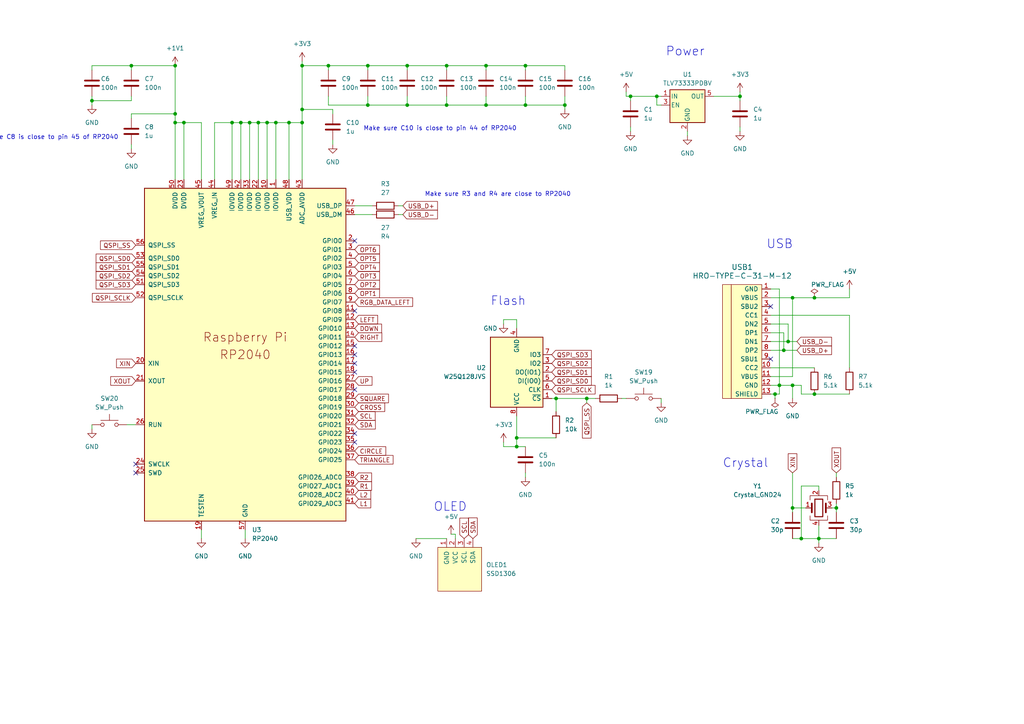
<source format=kicad_sch>
(kicad_sch (version 20230121) (generator eeschema)
  (paper "A4")
  (junction (at 83.82 35.56))
  (junction (at 190.5 27.94))
  (junction (at 353.06 34.29))
  (junction (at 163.83 30.48))
  (junction (at 242.57 147.32))
  (junction (at 227.33 101.6))
  (junction (at 152.4 19.05))
  (junction (at 688.34 15.24))
  (junction (at 53.34 35.56))
  (junction (at 152.4 30.48))
  (junction (at 228.6 99.06))
  (junction (at 751.84 -3.81))
  (junction (at 106.68 19.05))
  (junction (at 74.93 35.56))
  (junction (at 354.33 -3.81))
  (junction (at 106.68 30.48))
  (junction (at 50.8 19.05))
  (junction (at 419.1 -3.81))
  (junction (at 26.67 29.21))
  (junction (at 229.87 147.32))
  (junction (at 412.75 34.29))
  (junction (at 77.47 35.56))
  (junction (at 80.01 35.56))
  (junction (at 626.11 13.97))
  (junction (at 87.63 19.05))
  (junction (at 161.29 115.57))
  (junction (at 237.49 156.21))
  (junction (at 87.63 35.56))
  (junction (at 87.63 31.75))
  (junction (at 236.22 86.36))
  (junction (at 182.88 27.94))
  (junction (at 532.13 34.29))
  (junction (at 472.44 34.29))
  (junction (at 229.87 86.36))
  (junction (at 483.87 13.97))
  (junction (at 214.63 27.94))
  (junction (at 226.06 111.76))
  (junction (at 224.79 114.3))
  (junction (at 118.11 30.48))
  (junction (at 67.31 35.56))
  (junction (at 72.39 35.56))
  (junction (at 149.86 127))
  (junction (at 149.86 129.54))
  (junction (at 140.97 19.05))
  (junction (at 50.8 35.56))
  (junction (at 229.87 111.76))
  (junction (at 50.8 33.02))
  (junction (at 140.97 30.48))
  (junction (at 554.99 13.97))
  (junction (at 95.25 19.05))
  (junction (at 626.11 -3.81))
  (junction (at 751.84 16.51))
  (junction (at 688.34 -3.81))
  (junction (at 170.18 115.57))
  (junction (at 483.87 -3.81))
  (junction (at 129.54 19.05))
  (junction (at 236.22 114.3))
  (junction (at 232.41 156.21))
  (junction (at 118.11 19.05))
  (junction (at 554.99 -3.81))
  (junction (at 69.85 35.56))
  (junction (at 38.1 19.05))
  (junction (at 129.54 30.48))
  (no_connect (at 102.87 102.87))
  (no_connect (at 102.87 90.17))
  (no_connect (at 102.87 105.41))
  (no_connect (at 102.87 107.95))
  (no_connect (at 39.37 134.62))
  (no_connect (at 528.32 31.75))
  (no_connect (at 223.52 88.9))
  (no_connect (at 102.87 69.85))
  (no_connect (at 39.37 137.16))
  (no_connect (at 102.87 128.27))
  (no_connect (at 102.87 125.73))
  (no_connect (at 223.52 104.14))
  (no_connect (at 102.87 113.03))
  (no_connect (at 102.87 100.33))
  (wire (pts (xy 229.87 111.76) (xy 226.06 111.76)))
  (wire (pts (xy 228.6 99.06) (xy 231.14 99.06)))
  (wire (pts (xy 149.86 129.54) (xy 152.4 129.54)))
  (wire (pts (xy 38.1 34.29) (xy 38.1 33.02)))
  (wire (pts (xy 38.1 29.21) (xy 26.67 29.21)))
  (wire (pts (xy 95.25 30.48) (xy 106.68 30.48)))
  (wire (pts (xy 106.68 27.94) (xy 106.68 30.48)))
  (wire (pts (xy 229.87 111.76) (xy 229.87 115.57)))
  (wire (pts (xy 36.83 123.19) (xy 39.37 123.19)))
  (wire (pts (xy 228.6 93.98) (xy 228.6 99.06)))
  (wire (pts (xy 50.8 19.05) (xy 38.1 19.05)))
  (wire (pts (xy 191.77 30.48) (xy 190.5 30.48)))
  (wire (pts (xy 140.97 27.94) (xy 140.97 30.48)))
  (wire (pts (xy 50.8 35.56) (xy 50.8 33.02)))
  (wire (pts (xy 163.83 27.94) (xy 163.83 30.48)))
  (wire (pts (xy 684.53 15.24) (xy 688.34 15.24)))
  (wire (pts (xy 77.47 35.56) (xy 77.47 52.07)))
  (wire (pts (xy 26.67 123.19) (xy 26.67 124.46)))
  (wire (pts (xy 53.34 52.07) (xy 53.34 35.56)))
  (wire (pts (xy 118.11 30.48) (xy 129.54 30.48)))
  (wire (pts (xy 229.87 147.32) (xy 229.87 148.59)))
  (wire (pts (xy 74.93 35.56) (xy 77.47 35.56)))
  (wire (pts (xy 182.88 27.94) (xy 182.88 29.21)))
  (wire (pts (xy 102.87 62.23) (xy 107.95 62.23)))
  (wire (pts (xy 132.08 156.21) (xy 132.08 154.94)))
  (wire (pts (xy 468.63 34.29) (xy 472.44 34.29)))
  (wire (pts (xy 242.57 147.32) (xy 242.57 148.59)))
  (wire (pts (xy 223.52 96.52) (xy 227.33 96.52)))
  (wire (pts (xy 106.68 30.48) (xy 118.11 30.48)))
  (wire (pts (xy 115.57 59.69) (xy 116.84 59.69)))
  (wire (pts (xy 129.54 19.05) (xy 118.11 19.05)))
  (wire (pts (xy 96.52 31.75) (xy 87.63 31.75)))
  (wire (pts (xy 181.61 27.94) (xy 182.88 27.94)))
  (wire (pts (xy 163.83 19.05) (xy 152.4 19.05)))
  (wire (pts (xy 129.54 30.48) (xy 140.97 30.48)))
  (wire (pts (xy 622.3 -3.81) (xy 626.11 -3.81)))
  (wire (pts (xy 237.49 140.97) (xy 237.49 142.24)))
  (wire (pts (xy 480.06 13.97) (xy 483.87 13.97)))
  (wire (pts (xy 87.63 31.75) (xy 87.63 35.56)))
  (wire (pts (xy 140.97 30.48) (xy 152.4 30.48)))
  (wire (pts (xy 160.02 115.57) (xy 161.29 115.57)))
  (wire (pts (xy 236.22 114.3) (xy 246.38 114.3)))
  (wire (pts (xy 551.18 -3.81) (xy 554.99 -3.81)))
  (wire (pts (xy 74.93 35.56) (xy 74.93 52.07)))
  (wire (pts (xy 214.63 27.94) (xy 214.63 26.67)))
  (wire (pts (xy 95.25 19.05) (xy 87.63 19.05)))
  (wire (pts (xy 180.34 115.57) (xy 181.61 115.57)))
  (wire (pts (xy 118.11 27.94) (xy 118.11 30.48)))
  (wire (pts (xy 229.87 109.22) (xy 229.87 86.36)))
  (wire (pts (xy 95.25 20.32) (xy 95.25 19.05)))
  (wire (pts (xy 236.22 86.36) (xy 246.38 86.36)))
  (wire (pts (xy 62.23 52.07) (xy 62.23 35.56)))
  (wire (pts (xy 237.49 156.21) (xy 237.49 157.48)))
  (wire (pts (xy 161.29 115.57) (xy 161.29 119.38)))
  (wire (pts (xy 96.52 33.02) (xy 96.52 31.75)))
  (wire (pts (xy 242.57 137.16) (xy 242.57 138.43)))
  (wire (pts (xy 528.32 34.29) (xy 532.13 34.29)))
  (wire (pts (xy 72.39 35.56) (xy 72.39 52.07)))
  (wire (pts (xy 152.4 30.48) (xy 163.83 30.48)))
  (wire (pts (xy 87.63 17.78) (xy 87.63 19.05)))
  (wire (pts (xy 229.87 156.21) (xy 232.41 156.21)))
  (wire (pts (xy 232.41 114.3) (xy 236.22 114.3)))
  (wire (pts (xy 229.87 147.32) (xy 233.68 147.32)))
  (wire (pts (xy 38.1 19.05) (xy 26.67 19.05)))
  (wire (pts (xy 224.79 114.3) (xy 226.06 114.3)))
  (wire (pts (xy 26.67 19.05) (xy 26.67 20.32)))
  (wire (pts (xy 87.63 19.05) (xy 87.63 31.75)))
  (wire (pts (xy 224.79 114.3) (xy 224.79 115.57)))
  (wire (pts (xy 53.34 35.56) (xy 50.8 35.56)))
  (wire (pts (xy 38.1 33.02) (xy 50.8 33.02)))
  (wire (pts (xy 223.52 91.44) (xy 246.38 91.44)))
  (wire (pts (xy 350.52 -3.81) (xy 354.33 -3.81)))
  (wire (pts (xy 227.33 101.6) (xy 231.14 101.6)))
  (wire (pts (xy 182.88 36.83) (xy 182.88 38.1)))
  (wire (pts (xy 38.1 41.91) (xy 38.1 43.18)))
  (wire (pts (xy 67.31 35.56) (xy 67.31 52.07)))
  (wire (pts (xy 115.57 62.23) (xy 116.84 62.23)))
  (wire (pts (xy 246.38 86.36) (xy 246.38 83.82)))
  (wire (pts (xy 146.05 92.71) (xy 146.05 93.98)))
  (wire (pts (xy 106.68 19.05) (xy 106.68 20.32)))
  (wire (pts (xy 58.42 52.07) (xy 58.42 35.56)))
  (wire (pts (xy 161.29 115.57) (xy 170.18 115.57)))
  (wire (pts (xy 190.5 30.48) (xy 190.5 27.94)))
  (wire (pts (xy 69.85 35.56) (xy 69.85 52.07)))
  (wire (pts (xy 214.63 27.94) (xy 214.63 29.21)))
  (wire (pts (xy 223.52 114.3) (xy 224.79 114.3)))
  (wire (pts (xy 170.18 116.84) (xy 170.18 115.57)))
  (wire (pts (xy 622.3 13.97) (xy 626.11 13.97)))
  (wire (pts (xy 191.77 27.94) (xy 190.5 27.94)))
  (wire (pts (xy 71.12 153.67) (xy 71.12 156.21)))
  (wire (pts (xy 480.06 -3.81) (xy 483.87 -3.81)))
  (wire (pts (xy 149.86 127) (xy 149.86 129.54)))
  (wire (pts (xy 214.63 36.83) (xy 214.63 38.1)))
  (wire (pts (xy 26.67 29.21) (xy 26.67 30.48)))
  (wire (pts (xy 748.03 16.51) (xy 751.84 16.51)))
  (wire (pts (xy 50.8 52.07) (xy 50.8 35.56)))
  (wire (pts (xy 227.33 96.52) (xy 227.33 101.6)))
  (wire (pts (xy 87.63 35.56) (xy 87.63 52.07)))
  (wire (pts (xy 80.01 35.56) (xy 83.82 35.56)))
  (wire (pts (xy 38.1 19.05) (xy 38.1 20.32)))
  (wire (pts (xy 149.86 95.25) (xy 149.86 92.71)))
  (wire (pts (xy 118.11 19.05) (xy 118.11 20.32)))
  (wire (pts (xy 223.52 83.82) (xy 226.06 83.82)))
  (wire (pts (xy 102.87 59.69) (xy 107.95 59.69)))
  (wire (pts (xy 551.18 13.97) (xy 554.99 13.97)))
  (wire (pts (xy 152.4 27.94) (xy 152.4 30.48)))
  (wire (pts (xy 26.67 27.94) (xy 26.67 29.21)))
  (wire (pts (xy 69.85 35.56) (xy 72.39 35.56)))
  (wire (pts (xy 223.52 111.76) (xy 226.06 111.76)))
  (wire (pts (xy 38.1 27.94) (xy 38.1 29.21)))
  (wire (pts (xy 223.52 101.6) (xy 227.33 101.6)))
  (wire (pts (xy 129.54 27.94) (xy 129.54 30.48)))
  (wire (pts (xy 223.52 93.98) (xy 228.6 93.98)))
  (wire (pts (xy 149.86 120.65) (xy 149.86 127)))
  (wire (pts (xy 226.06 114.3) (xy 226.06 111.76)))
  (wire (pts (xy 67.31 35.56) (xy 69.85 35.56)))
  (wire (pts (xy 242.57 146.05) (xy 242.57 147.32)))
  (wire (pts (xy 83.82 35.56) (xy 83.82 52.07)))
  (wire (pts (xy 77.47 35.56) (xy 80.01 35.56)))
  (wire (pts (xy 118.11 19.05) (xy 106.68 19.05)))
  (wire (pts (xy 748.03 -3.81) (xy 751.84 -3.81)))
  (wire (pts (xy 223.52 86.36) (xy 229.87 86.36)))
  (wire (pts (xy 223.52 99.06) (xy 228.6 99.06)))
  (wire (pts (xy 232.41 140.97) (xy 232.41 156.21)))
  (wire (pts (xy 140.97 19.05) (xy 129.54 19.05)))
  (wire (pts (xy 237.49 156.21) (xy 242.57 156.21)))
  (wire (pts (xy 83.82 35.56) (xy 87.63 35.56)))
  (wire (pts (xy 226.06 83.82) (xy 226.06 111.76)))
  (wire (pts (xy 237.49 152.4) (xy 237.49 156.21)))
  (wire (pts (xy 95.25 27.94) (xy 95.25 30.48)))
  (wire (pts (xy 152.4 19.05) (xy 140.97 19.05)))
  (wire (pts (xy 149.86 92.71) (xy 146.05 92.71)))
  (wire (pts (xy 152.4 19.05) (xy 152.4 20.32)))
  (wire (pts (xy 223.52 106.68) (xy 236.22 106.68)))
  (wire (pts (xy 207.01 27.94) (xy 214.63 27.94)))
  (wire (pts (xy 149.86 127) (xy 161.29 127)))
  (wire (pts (xy 181.61 26.67) (xy 181.61 27.94)))
  (wire (pts (xy 146.05 129.54) (xy 146.05 128.27)))
  (wire (pts (xy 237.49 140.97) (xy 232.41 140.97)))
  (wire (pts (xy 132.08 154.94) (xy 130.81 154.94)))
  (wire (pts (xy 190.5 27.94) (xy 182.88 27.94)))
  (wire (pts (xy 106.68 19.05) (xy 95.25 19.05)))
  (wire (pts (xy 170.18 115.57) (xy 172.72 115.57)))
  (wire (pts (xy 232.41 111.76) (xy 229.87 111.76)))
  (wire (pts (xy 223.52 109.22) (xy 229.87 109.22)))
  (wire (pts (xy 232.41 156.21) (xy 237.49 156.21)))
  (wire (pts (xy 349.25 34.29) (xy 353.06 34.29)))
  (wire (pts (xy 58.42 153.67) (xy 58.42 156.21)))
  (wire (pts (xy 140.97 19.05) (xy 140.97 20.32)))
  (wire (pts (xy 163.83 30.48) (xy 163.83 31.75)))
  (wire (pts (xy 246.38 91.44) (xy 246.38 106.68)))
  (wire (pts (xy 62.23 35.56) (xy 67.31 35.56)))
  (wire (pts (xy 50.8 33.02) (xy 50.8 19.05)))
  (wire (pts (xy 163.83 20.32) (xy 163.83 19.05)))
  (wire (pts (xy 408.94 34.29) (xy 412.75 34.29)))
  (wire (pts (xy 96.52 40.64) (xy 96.52 41.91)))
  (wire (pts (xy 684.53 -3.81) (xy 688.34 -3.81)))
  (wire (pts (xy 229.87 86.36) (xy 236.22 86.36)))
  (wire (pts (xy 199.39 38.1) (xy 199.39 39.37)))
  (wire (pts (xy 152.4 137.16) (xy 152.4 138.43)))
  (wire (pts (xy 129.54 156.21) (xy 120.65 156.21)))
  (wire (pts (xy 129.54 19.05) (xy 129.54 20.32)))
  (wire (pts (xy 72.39 35.56) (xy 74.93 35.56)))
  (wire (pts (xy 149.86 129.54) (xy 146.05 129.54)))
  (wire (pts (xy 58.42 35.56) (xy 53.34 35.56)))
  (wire (pts (xy 191.77 115.57) (xy 191.77 116.84)))
  (wire (pts (xy 232.41 111.76) (xy 232.41 114.3)))
  (wire (pts (xy 80.01 35.56) (xy 80.01 52.07)))
  (wire (pts (xy 241.3 147.32) (xy 242.57 147.32)))
  (wire (pts (xy 415.29 -3.81) (xy 419.1 -3.81)))
  (wire (pts (xy 229.87 137.16) (xy 229.87 147.32)))
  (text "USB" (at 222.25 72.39 0) (effects (font (size 2.54 2.54)) (justify left bottom)))
  (text "Make sure C10 is close to pin 44 of RP2040" (at 105.41 38.1 0) (effects (font (size 1.27 1.27)) (justify left bottom)))
  (text "Make sure R3 and R4 are close to RP2040" (at 123.19 57.15 0) (effects (font (size 1.27 1.27)) (justify left bottom)))
  (text "Power" (at 193.04 16.51 0) (effects (font (size 2.54 2.54)) (justify left bottom)))
  (text "OLED" (at 125.73 148.59 0) (effects (font (size 2.54 2.54)) (justify left bottom)))
  (text "Flash" (at 142.24 88.9 0) (effects (font (size 2.54 2.54)) (justify left bottom)))
  (text "Make sure C8 is close to pin 45 of RP2040" (at -8.89 40.64 0) (effects (font (size 1.27 1.27)) (justify left bottom)))
  (text "Crystal" (at 209.55 135.89 0) (effects (font (size 2.54 2.54)) (justify left bottom)))
  (global_label "QSPI_SCLK" (shape input) (at 160.02 113.03 0) (property "Intersheetrefs" "${INTERSHEET_REFS}" (effects hide)))
  (global_label "RGB_DATA_RIGHT" (shape input) (at 452.12 -3.81 180) (property "Intersheetrefs" "${INTERSHEET_REFS}" (effects hide)))
  (global_label "QSPI_SS" (shape input) (at 170.18 116.84 270) (property "Intersheetrefs" "${INTERSHEET_REFS}" (effects hide)))
  (global_label "TRIANGLE" (shape input) (at 368.3 152.4 270) (property "Intersheetrefs" "${INTERSHEET_REFS}" (effects hide)))
  (global_label "QSPI_SS" (shape input) (at 39.37 71.12 180) (property "Intersheetrefs" "${INTERSHEET_REFS}" (effects hide)))
  (global_label "L1" (shape input) (at 102.87 146.05 0) (property "Intersheetrefs" "${INTERSHEET_REFS}" (effects hide)))
  (global_label "DOWN" (shape input) (at 322.58 152.4 270) (property "Intersheetrefs" "${INTERSHEET_REFS}" (effects hide)))
  (global_label "RGB_DATA_CROSS" (shape input) (at 622.3 11.43 0) (property "Intersheetrefs" "${INTERSHEET_REFS}" (effects hide)))
  (global_label "RGB_DATA_P3" (shape input) (at 408.94 31.75 0) (property "Intersheetrefs" "${INTERSHEET_REFS}" (effects hide)))
  (global_label "L1" (shape input) (at 307.34 172.72 270) (property "Intersheetrefs" "${INTERSHEET_REFS}" (effects hide)))
  (global_label "SCL" (shape input) (at 102.87 120.65 0) (property "Intersheetrefs" "${INTERSHEET_REFS}" (effects hide)))
  (global_label "OPT2" (shape input) (at 102.87 82.55 0) (property "Intersheetrefs" "${INTERSHEET_REFS}" (effects hide)))
  (global_label "OPT3" (shape input) (at 102.87 80.01 0) (property "Intersheetrefs" "${INTERSHEET_REFS}" (effects hide)))
  (global_label "USB_D+" (shape input) (at 116.84 59.69 0) (property "Intersheetrefs" "${INTERSHEET_REFS}" (effects hide)))
  (global_label "LEFT" (shape input) (at 102.87 92.71 0) (property "Intersheetrefs" "${INTERSHEET_REFS}" (effects hide)))
  (global_label "RGB_DATA_LEFT" (shape input) (at 102.87 87.63 0) (property "Intersheetrefs" "${INTERSHEET_REFS}" (effects hide)))
  (global_label "XIN" (shape input) (at 229.87 137.16 90) (property "Intersheetrefs" "${INTERSHEET_REFS}" (effects hide)))
  (global_label "RGB_DATA_TRIANGLE" (shape output) (at 551.18 -6.35 0) (property "Intersheetrefs" "${INTERSHEET_REFS}" (effects hide)))
  (global_label "RIGHT" (shape input) (at 102.87 97.79 0) (property "Intersheetrefs" "${INTERSHEET_REFS}" (effects hide)))
  (global_label "RGB_DATA_P4" (shape input) (at 468.63 31.75 0) (property "Intersheetrefs" "${INTERSHEET_REFS}" (effects hide)))
  (global_label "OPT1" (shape input) (at 307.34 133.35 270) (property "Intersheetrefs" "${INTERSHEET_REFS}" (effects hide)))
  (global_label "RGB_DATA_SQUARE" (shape input) (at 523.24 -3.81 180) (property "Intersheetrefs" "${INTERSHEET_REFS}" (effects hide)))
  (global_label "RGB_DATA_R2" (shape input) (at 748.03 13.97 0) (property "Intersheetrefs" "${INTERSHEET_REFS}" (effects hide)))
  (global_label "CIRCLE" (shape input) (at 102.87 130.81 0) (property "Intersheetrefs" "${INTERSHEET_REFS}" (effects hide)))
  (global_label "USB_D+" (shape input) (at 231.14 101.6 0) (property "Intersheetrefs" "${INTERSHEET_REFS}" (effects hide)))
  (global_label "XOUT" (shape input) (at 242.57 137.16 90) (property "Intersheetrefs" "${INTERSHEET_REFS}" (effects hide)))
  (global_label "RGB_DATA_LEFT" (shape input) (at 322.58 -3.81 180) (property "Intersheetrefs" "${INTERSHEET_REFS}" (effects hide)))
  (global_label "RGB_DATA_CIRCLE" (shape input) (at 594.36 13.97 180) (property "Intersheetrefs" "${INTERSHEET_REFS}" (effects hide)))
  (global_label "RGB_DATA_P2" (shape input) (at 349.25 31.75 0) (property "Intersheetrefs" "${INTERSHEET_REFS}" (effects hide)))
  (global_label "USB_D-" (shape input) (at 116.84 62.23 0) (property "Intersheetrefs" "${INTERSHEET_REFS}" (effects hide)))
  (global_label "RGB_DATA_L1" (shape input) (at 684.53 -6.35 0) (property "Intersheetrefs" "${INTERSHEET_REFS}" (effects hide)))
  (global_label "RGB_DATA_R2" (shape input) (at 656.59 15.24 180) (property "Intersheetrefs" "${INTERSHEET_REFS}" (effects hide)))
  (global_label "QSPI_SD3" (shape input) (at 160.02 102.87 0) (property "Intersheetrefs" "${INTERSHEET_REFS}" (effects hide)))
  (global_label "RGB_DATA_CIRCLE" (shape input) (at 684.53 12.7 0) (property "Intersheetrefs" "${INTERSHEET_REFS}" (effects hide)))
  (global_label "QSPI_SD2" (shape input) (at 160.02 105.41 0) (property "Intersheetrefs" "${INTERSHEET_REFS}" (effects hide)))
  (global_label "RGB_DATA_P2" (shape input) (at 381 34.29 180) (property "Intersheetrefs" "${INTERSHEET_REFS}" (effects hide)))
  (global_label "L2" (shape input) (at 102.87 143.51 0) (property "Intersheetrefs" "${INTERSHEET_REFS}" (effects hide)))
  (global_label "RGB_DATA_UP" (shape input) (at 551.18 11.43 0) (property "Intersheetrefs" "${INTERSHEET_REFS}" (effects hide)))
  (global_label "RGB_DATA_SQUARE" (shape input) (at 480.06 -6.35 0) (property "Intersheetrefs" "${INTERSHEET_REFS}" (effects hide)))
  (global_label "RGB_DATA_TRIANGLE" (shape input) (at 594.36 -3.81 180) (property "Intersheetrefs" "${INTERSHEET_REFS}" (effects hide)))
  (global_label "RGB_DATA_R1" (shape input) (at 622.3 -6.35 0) (property "Intersheetrefs" "${INTERSHEET_REFS}" (effects hide)))
  (global_label "USB_D-" (shape input) (at 231.14 99.06 0) (property "Intersheetrefs" "${INTERSHEET_REFS}" (effects hide)))
  (global_label "CROSS" (shape input) (at 102.87 118.11 0) (property "Intersheetrefs" "${INTERSHEET_REFS}" (effects hide)))
  (global_label "RGB_DATA_CROSS" (shape input) (at 523.24 13.97 180) (property "Intersheetrefs" "${INTERSHEET_REFS}" (effects hide)))
  (global_label "SQUARE" (shape input) (at 353.06 152.4 270) (property "Intersheetrefs" "${INTERSHEET_REFS}" (effects hide)))
  (global_label "R1" (shape input) (at 383.54 152.4 270) (property "Intersheetrefs" "${INTERSHEET_REFS}" (effects hide)))
  (global_label "SCL" (shape input) (at 134.62 156.21 90) (property "Intersheetrefs" "${INTERSHEET_REFS}" (effects hide)))
  (global_label "R1" (shape input) (at 102.87 140.97 0) (property "Intersheetrefs" "${INTERSHEET_REFS}" (effects hide)))
  (global_label "SDA" (shape input) (at 137.16 156.21 90) (property "Intersheetrefs" "${INTERSHEET_REFS}" (effects hide)))
  (global_label "OPT4" (shape input) (at 353.06 133.35 270) (property "Intersheetrefs" "${INTERSHEET_REFS}" (effects hide)))
  (global_label "R2" (shape input) (at 353.06 172.72 270) (property "Intersheetrefs" "${INTERSHEET_REFS}" (effects hide)))
  (global_label "RIGHT" (shape input) (at 337.82 152.4 270) (property "Intersheetrefs" "${INTERSHEET_REFS}" (effects hide)))
  (global_label "RGB_DATA_P1" (shape input) (at 480.06 11.43 0) (property "Intersheetrefs" "${INTERSHEET_REFS}" (effects hide)))
  (global_label "RGB_DATA_DOWN" (shape input) (at 350.52 -6.35 0) (property "Intersheetrefs" "${INTERSHEET_REFS}" (effects hide)))
  (global_label "LEFT" (shape input) (at 307.34 152.4 270) (property "Intersheetrefs" "${INTERSHEET_REFS}" (effects hide)))
  (global_label "OPT6" (shape input) (at 102.87 72.39 0) (property "Intersheetrefs" "${INTERSHEET_REFS}" (effects hide)))
  (global_label "RGB_DATA_RIGHT" (shape input) (at 415.29 -6.35 0) (property "Intersheetrefs" "${INTERSHEET_REFS}" (effects hide)))
  (global_label "CIRCLE" (shape input) (at 337.82 172.72 270) (property "Intersheetrefs" "${INTERSHEET_REFS}" (effects hide)))
  (global_label "CROSS" (shape input) (at 322.58 172.72 270) (property "Intersheetrefs" "${INTERSHEET_REFS}" (effects hide)))
  (global_label "OPT3" (shape input) (at 337.82 133.35 270) (property "Intersheetrefs" "${INTERSHEET_REFS}" (effects hide)))
  (global_label "UP" (shape input) (at 102.87 110.49 0) (property "Intersheetrefs" "${INTERSHEET_REFS}" (effects hide)))
  (global_label "RGB_DATA_UP" (shape input) (at 452.12 13.97 180) (property "Intersheetrefs" "${INTERSHEET_REFS}" (effects hide)))
  (global_label "OPT6" (shape input) (at 383.54 133.35 270) (property "Intersheetrefs" "${INTERSHEET_REFS}" (effects hide)))
  (global_label "OPT5" (shape input) (at 102.87 74.93 0) (property "Intersheetrefs" "${INTERSHEET_REFS}" (effects hide)))
  (global_label "TRIANGLE" (shape input) (at 102.87 133.35 0) (property "Intersheetrefs" "${INTERSHEET_REFS}" (effects hide)))
  (global_label "QSPI_SD3" (shape input) (at 39.37 82.55 180) (property "Intersheetrefs" "${INTERSHEET_REFS}" (effects hide)))
  (global_label "QSPI_SD2" (shape input) (at 39.37 80.01 180) (property "Intersheetrefs" "${INTERSHEET_REFS}" (effects hide)))
  (global_label "RGB_DATA_P3" (shape input) (at 440.69 34.29 180) (property "Intersheetrefs" "${INTERSHEET_REFS}" (effects hide)))
  (global_label "L2" (shape input) (at 368.3 172.72 270) (property "Intersheetrefs" "${INTERSHEET_REFS}" (effects hide)))
  (global_label "XIN" (shape input) (at 39.37 105.41 180) (property "Intersheetrefs" "${INTERSHEET_REFS}" (effects hide)))
  (global_label "SDA" (shape input) (at 102.87 123.19 0) (property "Intersheetrefs" "${INTERSHEET_REFS}" (effects hide)))
  (global_label "RGB_DATA_L2" (shape input) (at 748.03 -6.35 0) (property "Intersheetrefs" "${INTERSHEET_REFS}" (effects hide)))
  (global_label "RGB_DATA_DOWN" (shape input) (at 387.35 -3.81 180) (property "Intersheetrefs" "${INTERSHEET_REFS}" (effects hide)))
  (global_label "SQUARE" (shape input) (at 102.87 115.57 0) (property "Intersheetrefs" "${INTERSHEET_REFS}" (effects hide)))
  (global_label "R2" (shape input) (at 102.87 138.43 0) (property "Intersheetrefs" "${INTERSHEET_REFS}" (effects hide)))
  (global_label "OPT2" (shape input) (at 322.58 133.35 270) (property "Intersheetrefs" "${INTERSHEET_REFS}" (effects hide)))
  (global_label "QSPI_SD0" (shape input) (at 160.02 110.49 0) (property "Intersheetrefs" "${INTERSHEET_REFS}" (effects hide)))
  (global_label "RGB_DATA_P1" (shape input) (at 321.31 34.29 180) (property "Intersheetrefs" "${INTERSHEET_REFS}" (effects hide)))
  (global_label "QSPI_SCLK" (shape input) (at 39.37 86.36 180) (property "Intersheetrefs" "${INTERSHEET_REFS}" (effects hide)))
  (global_label "UP" (shape input) (at 383.54 172.72 270) (property "Intersheetrefs" "${INTERSHEET_REFS}" (effects hide)))
  (global_label "RGB_DATA_L1" (shape input) (at 720.09 -3.81 180) (property "Intersheetrefs" "${INTERSHEET_REFS}" (effects hide)))
  (global_label "OPT1" (shape input) (at 102.87 85.09 0) (property "Intersheetrefs" "${INTERSHEET_REFS}" (effects hide)))
  (global_label "QSPI_SD0" (shape input) (at 39.37 74.93 180) (property "Intersheetrefs" "${INTERSHEET_REFS}" (effects hide)))
  (global_label "RGB_DATA_L2" (shape input) (at 720.09 16.51 180) (property "Intersheetrefs" "${INTERSHEET_REFS}" (effects hide)))
  (global_label "RGB_DATA_P4" (shape input) (at 500.38 34.29 180) (property "Intersheetrefs" "${INTERSHEET_REFS}" (effects hide)))
  (global_label "RGB_DATA_R1" (shape input) (at 656.59 -3.81 180) (property "Intersheetrefs" "${INTERSHEET_REFS}" (effects hide)))
  (global_label "QSPI_SD1" (shape input) (at 160.02 107.95 0) (property "Intersheetrefs" "${INTERSHEET_REFS}" (effects hide)))
  (global_label "OPT5" (shape input) (at 368.3 133.35 270) (property "Intersheetrefs" "${INTERSHEET_REFS}" (effects hide)))
  (global_label "OPT4" (shape input) (at 102.87 77.47 0) (property "Intersheetrefs" "${INTERSHEET_REFS}" (effects hide)))
  (global_label "DOWN" (shape input) (at 102.87 95.25 0) (property "Intersheetrefs" "${INTERSHEET_REFS}" (effects hide)))
  (global_label "XOUT" (shape input) (at 39.37 110.49 180) (property "Intersheetrefs" "${INTERSHEET_REFS}" (effects hide)))
  (global_label "QSPI_SD1" (shape input) (at 39.37 77.47 180) (property "Intersheetrefs" "${INTERSHEET_REFS}" (effects hide)))
  (symbol (lib_id "Device:R") (at 176.53 115.57 90) (unit 1)
    (property "Reference" "R1" (at 176.53 109.22 90))
    (property "Value" "1k" (at 176.53 111.76 90))
    (property "Footprint" "Resistor_SMD:R_0402_1005Metric" (effects hide))
  )
  (symbol (lib_id "Switch:SW_Push") (at 358.14 133.35 0) (unit 1)
    (property "Reference" "SW4" (at 358.14 125.73 0))
    (property "Value" "SW_Push" (at 358.14 128.27 0))
    (property "Footprint" "Button_Switch_THT:SW_PUSH_6mm_H5mm" (effects hide))
  )
  (symbol (lib_id "Device:C") (at 182.88 33.02 0) (unit 1)
    (property "Reference" "C1" (at 186.69 31.75 0) (effects (justify left)))
    (property "Value" "1u" (at 186.69 34.29 0) (effects (justify left)))
    (property "Footprint" "Capacitor_SMD:C_0402_1005Metric" (effects hide))
  )
  (symbol (lib_id "Switch:SW_Push") (at 327.66 133.35 0) (unit 1)
    (property "Reference" "SW2" (at 327.66 125.73 0))
    (property "Value" "SW_Push" (at 327.66 128.27 0))
    (property "Footprint" "Button_Switch_THT:SW_PUSH_6mm_H5mm" (effects hide))
  )
  (symbol (lib_id "Device:C_Small") (at 412.75 36.83 0) (unit 1)
    (property "Reference" "C30" (at 404.241 35.6616 0) (effects (justify left)))
    (property "Value" "100nF" (at 403.86 38.1 0) (effects (justify left)))
    (property "Footprint" "Capacitor_SMD:C_0402_1005Metric" (effects hide))
    (property "LCSC" "C52923" (effects hide))
  )
  (symbol (lib_id "power:+3V3") (at 214.63 26.67 0) (unit 1)
    (property "Reference" "#PWR019" (effects hide))
    (property "Value" "+3V3" (at 214.63 21.59 0))
  )
  (symbol (lib_id "power:GND") (at 26.67 124.46 0) (unit 1)
    (property "Reference" "#PWR018" (effects hide))
    (property "Value" "GND" (at 26.67 129.54 0))
  )
  (symbol (lib_id "power:GND") (at 332.74 172.72 0) (unit 1)
    (property "Reference" "#PWR080" (effects hide))
    (property "Value" "GND" (at 332.74 177.8 0))
  )
  (symbol (lib_id "Switch:SW_Push") (at 358.14 172.72 0) (unit 1)
    (property "Reference" "SW16" (at 358.14 165.1 0))
    (property "Value" "SW_Push" (at 358.14 167.64 0))
    (property "Footprint" "Kailh:Kailh_socket_PG1350_optional" (effects hide))
  )
  (symbol (lib_id "power:GND") (at 393.7 133.35 0) (unit 1)
    (property "Reference" "#PWR063" (effects hide))
    (property "Value" "GND" (at 393.7 138.43 0))
  )
  (symbol (lib_id "power:GND") (at 452.12 11.43 270) (unit 1)
    (property "Reference" "#PWR072" (effects hide))
    (property "Value" "GND" (at 448.31 11.43 90) (effects (justify right)))
  )
  (symbol (lib_id "SK6812-EC20:SK6812-EC20") (at 594.36 11.43 0) (unit 1)
    (property "Reference" "D10" (at 608.33 3.81 0))
    (property "Value" "SK6812-EC20" (at 608.33 6.35 0))
    (property "Footprint" "SK6812-EC20:SK6812EC20" (effects hide))
    (property "Datasheet" "https://datasheet.lcsc.com/lcsc/2110250930_OPSCO-Optoelectronics-SK6812-EC20_C2909058.pdf" (effects hide))
    (property "Height" "0.75" (effects hide))
    (property "Manufacturer_Name" "Dongguan Sunlight Electronic CO" (effects hide))
    (property "Manufacturer_Part_Number" "SK6812-EC20" (effects hide))
  )
  (symbol (lib_id "power:GND") (at 656.59 -6.35 270) (unit 1)
    (property "Reference" "#PWR052" (effects hide))
    (property "Value" "GND" (at 652.78 -6.35 90) (effects (justify right)))
  )
  (symbol (lib_id "power:GND") (at 229.87 115.57 0) (unit 1)
    (property "Reference" "#PWR017" (effects hide))
    (property "Value" "GND" (at 229.87 120.65 0))
  )
  (symbol (lib_id "power:GND") (at 317.5 152.4 0) (unit 1)
    (property "Reference" "#PWR078" (effects hide))
    (property "Value" "GND" (at 317.5 157.48 0))
  )
  (symbol (lib_id "power:GND") (at 321.31 31.75 270) (unit 1)
    (property "Reference" "#PWR073" (effects hide))
    (property "Value" "GND" (at 317.5 31.75 90) (effects (justify right)))
  )
  (symbol (lib_id "Device:C") (at 214.63 33.02 0) (unit 1)
    (property "Reference" "C4" (at 218.44 31.75 0) (effects (justify left)))
    (property "Value" "1u" (at 218.44 34.29 0) (effects (justify left)))
    (property "Footprint" "Capacitor_SMD:C_0402_1005Metric" (effects hide))
  )
  (symbol (lib_id "power:GND") (at 363.22 152.4 0) (unit 1)
    (property "Reference" "#PWR087" (effects hide))
    (property "Value" "GND" (at 363.22 157.48 0))
  )
  (symbol (lib_id "Switch:SW_Push") (at 342.9 152.4 0) (unit 1)
    (property "Reference" "SW9" (at 342.9 144.78 0))
    (property "Value" "SW_Push" (at 342.9 147.32 0))
    (property "Footprint" "Kailh:Kailh_socket_PG1350_optional" (effects hide))
  )
  (symbol (lib_id "Device:C") (at 26.67 24.13 0) (unit 1)
    (property "Reference" "C6" (at 29.21 22.86 0) (effects (justify left)))
    (property "Value" "100n" (at 29.21 25.4 0) (effects (justify left)))
    (property "Footprint" "Capacitor_SMD:C_0402_1005Metric" (effects hide))
  )
  (symbol (lib_id "power:GND") (at 594.36 -6.35 270) (unit 1)
    (property "Reference" "#PWR046" (effects hide))
    (property "Value" "GND" (at 590.55 -6.35 90) (effects (justify right)))
  )
  (symbol (lib_id "Switch:SW_Push") (at 327.66 172.72 0) (unit 1)
    (property "Reference" "SW14" (at 327.66 165.1 0))
    (property "Value" "SW_Push" (at 327.66 167.64 0))
    (property "Footprint" "Kailh:Kailh_socket_PG1350_optional" (effects hide))
  )
  (symbol (lib_id "power:GND") (at 688.34 20.32 0) (unit 1)
    (property "Reference" "#PWR057" (effects hide))
    (property "Value" "GND" (at 684.53 21.59 0))
  )
  (symbol (lib_id "power:+5V") (at 751.84 -3.81 270) (unit 1)
    (property "Reference" "#PWR068" (effects hide))
    (property "Value" "+5V" (at 755.65 -3.81 90) (effects (justify left)))
  )
  (symbol (lib_id "Device:R") (at 111.76 59.69 90) (unit 1)
    (property "Reference" "R3" (at 111.76 53.34 90))
    (property "Value" "27" (at 111.76 55.88 90))
    (property "Footprint" "Resistor_SMD:R_0402_1005Metric" (effects hide))
  )
  (symbol (lib_id "power:GND") (at 182.88 38.1 0) (unit 1)
    (property "Reference" "#PWR015" (effects hide))
    (property "Value" "GND" (at 182.88 43.18 0))
  )
  (symbol (lib_id "power:GND") (at 688.34 1.27 0) (unit 1)
    (property "Reference" "#PWR055" (effects hide))
    (property "Value" "GND" (at 684.53 2.54 0))
  )
  (symbol (lib_id "MCU_RaspberryPi_RP2040:RP2040") (at 71.12 102.87 0) (unit 1)
    (property "Reference" "U3" (at 73.0759 153.67 0) (effects (justify left)))
    (property "Value" "RP2040" (at 73.0759 156.21 0) (effects (justify left)))
    (property "Footprint" "RP2040:RP2040-QFN-56" (effects hide))
  )
  (symbol (lib_id "power:GND") (at 363.22 172.72 0) (unit 1)
    (property "Reference" "#PWR084" (effects hide))
    (property "Value" "GND" (at 363.22 177.8 0))
  )
  (symbol (lib_id "power:GND") (at 347.98 133.35 0) (unit 1)
    (property "Reference" "#PWR060" (effects hide))
    (property "Value" "GND" (at 347.98 138.43 0))
  )
  (symbol (lib_id "power:GND") (at 393.7 172.72 0) (unit 1)
    (property "Reference" "#PWR089" (effects hide))
    (property "Value" "GND" (at 393.7 177.8 0))
  )
  (symbol (lib_id "Device:C_Small") (at 419.1 -1.27 0) (unit 1)
    (property "Reference" "C21" (at 410.591 -2.4384 0) (effects (justify left)))
    (property "Value" "100nF" (at 410.21 0 0) (effects (justify left)))
    (property "Footprint" "Capacitor_SMD:C_0402_1005Metric" (effects hide))
    (property "LCSC" "C52923" (effects hide))
  )
  (symbol (lib_id "power:GND") (at 483.87 1.27 0) (unit 1)
    (property "Reference" "#PWR034" (effects hide))
    (property "Value" "GND" (at 480.06 2.54 0))
  )
  (symbol (lib_id "Device:C") (at 38.1 38.1 0) (unit 1)
    (property "Reference" "C8" (at 41.91 36.83 0) (effects (justify left)))
    (property "Value" "1u" (at 41.91 39.37 0) (effects (justify left)))
    (property "Footprint" "Capacitor_SMD:C_0402_1005Metric" (effects hide))
  )
  (symbol (lib_id "Switch:SW_Push") (at 388.62 172.72 0) (unit 1)
    (property "Reference" "SW18" (at 388.62 165.1 0))
    (property "Value" "SW_Push" (at 388.62 167.64 0))
    (property "Footprint" "Kailh:Kailh_socket_PG1350_optional" (effects hide))
  )
  (symbol (lib_id "Device:C") (at 140.97 24.13 0) (unit 1)
    (property "Reference" "C14" (at 144.78 22.86 0) (effects (justify left)))
    (property "Value" "100n" (at 144.78 25.4 0) (effects (justify left)))
    (property "Footprint" "Capacitor_SMD:C_0402_1005Metric" (effects hide))
  )
  (symbol (lib_id "Device:C_Small") (at 532.13 36.83 0) (unit 1)
    (property "Reference" "C32" (at 523.621 35.6616 0) (effects (justify left)))
    (property "Value" "100nF" (at 523.24 38.1 0) (effects (justify left)))
    (property "Footprint" "Capacitor_SMD:C_0402_1005Metric" (effects hide))
    (property "LCSC" "C52923" (effects hide))
  )
  (symbol (lib_id "power:GND") (at 146.05 93.98 0) (unit 1)
    (property "Reference" "#PWR09" (effects hide))
    (property "Value" "GND" (at 142.24 95.25 0))
  )
  (symbol (lib_id "power:+5V") (at 532.13 34.29 270) (unit 1)
    (property "Reference" "#PWR039" (effects hide))
    (property "Value" "+5V" (at 535.94 34.29 90) (effects (justify left)))
  )
  (symbol (lib_id "power:GND") (at 656.59 12.7 270) (unit 1)
    (property "Reference" "#PWR053" (effects hide))
    (property "Value" "GND" (at 652.78 12.7 90) (effects (justify right)))
  )
  (symbol (lib_id "power:+5V") (at 483.87 13.97 270) (unit 1)
    (property "Reference" "#PWR074" (effects hide))
    (property "Value" "+5V" (at 487.68 13.97 90) (effects (justify left)))
  )
  (symbol (lib_id "Switch:SW_Push") (at 358.14 152.4 0) (unit 1)
    (property "Reference" "SW10" (at 358.14 144.78 0))
    (property "Value" "SW_Push" (at 358.14 147.32 0))
    (property "Footprint" "Kailh:Kailh_socket_PG1350_optional" (effects hide))
  )
  (symbol (lib_id "power:GND") (at 71.12 156.21 0) (unit 1)
    (property "Reference" "#PWR02" (effects hide))
    (property "Value" "GND" (at 71.12 161.29 0))
  )
  (symbol (lib_id "SK6812-EC20:SK6812-EC20") (at 387.35 -6.35 0) (unit 1)
    (property "Reference" "D2" (at 401.32 -12.7 0))
    (property "Value" "SK6812-EC20" (at 401.32 -10.16 0))
    (property "Footprint" "SK6812-EC20:SK6812EC20" (effects hide))
    (property "Datasheet" "https://datasheet.lcsc.com/lcsc/2110250930_OPSCO-Optoelectronics-SK6812-EC20_C2909058.pdf" (effects hide))
    (property "Height" "0.75" (effects hide))
    (property "Manufacturer_Name" "Dongguan Sunlight Electronic CO" (effects hide))
    (property "Manufacturer_Part_Number" "SK6812-EC20" (effects hide))
  )
  (symbol (lib_id "Switch:SW_Push") (at 312.42 133.35 0) (unit 1)
    (property "Reference" "SW1" (at 312.42 125.73 0))
    (property "Value" "SW_Push" (at 312.42 128.27 0))
    (property "Footprint" "Button_Switch_THT:SW_PUSH_6mm_H5mm" (effects hide))
  )
  (symbol (lib_id "power:+5V") (at 354.33 -3.81 270) (unit 1)
    (property "Reference" "#PWR091" (effects hide))
    (property "Value" "+5V" (at 358.14 -3.81 90) (effects (justify left)))
  )
  (symbol (lib_id "Device:C_Small") (at 626.11 16.51 0) (unit 1)
    (property "Reference" "C28" (at 617.601 15.3416 0) (effects (justify left)))
    (property "Value" "100nF" (at 617.22 17.78 0) (effects (justify left)))
    (property "Footprint" "Capacitor_SMD:C_0402_1005Metric" (effects hide))
    (property "LCSC" "C52923" (effects hide))
  )
  (symbol (lib_id "power:GND") (at 472.44 39.37 0) (unit 1)
    (property "Reference" "#PWR032" (effects hide))
    (property "Value" "GND" (at 468.63 40.64 0))
  )
  (symbol (lib_id "power:GND") (at 317.5 172.72 0) (unit 1)
    (property "Reference" "#PWR079" (effects hide))
    (property "Value" "GND" (at 317.5 177.8 0))
  )
  (symbol (lib_id "power:+5V") (at 626.11 13.97 270) (unit 1)
    (property "Reference" "#PWR050" (effects hide))
    (property "Value" "+5V" (at 629.92 13.97 90) (effects (justify left)))
  )
  (symbol (lib_id "power:+3V3") (at 87.63 17.78 0) (unit 1)
    (property "Reference" "#PWR07" (effects hide))
    (property "Value" "+3V3" (at 87.63 12.7 0))
  )
  (symbol (lib_id "power:GND") (at 237.49 157.48 0) (unit 1)
    (property "Reference" "#PWR014" (effects hide))
    (property "Value" "GND" (at 237.49 162.56 0))
  )
  (symbol (lib_id "power:GND") (at 353.06 39.37 0) (unit 1)
    (property "Reference" "#PWR077" (effects hide))
    (property "Value" "GND" (at 349.25 40.64 0))
  )
  (symbol (lib_id "SK6812-EC20:SK6812-EC20") (at 656.59 -6.35 0) (unit 1)
    (property "Reference" "D6" (at 670.56 -12.7 0))
    (property "Value" "SK6812-EC20" (at 670.56 -10.16 0))
    (property "Footprint" "SK6812-EC20:SK6812EC20" (effects hide))
    (property "Datasheet" "https://datasheet.lcsc.com/lcsc/2110250930_OPSCO-Optoelectronics-SK6812-EC20_C2909058.pdf" (effects hide))
    (property "Height" "0.75" (effects hide))
    (property "Manufacturer_Name" "Dongguan Sunlight Electronic CO" (effects hide))
    (property "Manufacturer_Part_Number" "SK6812-EC20" (effects hide))
  )
  (symbol (lib_id "power:PWR_FLAG") (at 236.22 86.36 0) (unit 1)
    (property "Reference" "#FLG02" (effects hide))
    (property "Value" "PWR_FLAG" (at 240.03 82.55 0))
  )
  (symbol (lib_id "Switch:SW_Push") (at 373.38 152.4 0) (unit 1)
    (property "Reference" "SW11" (at 373.38 144.78 0))
    (property "Value" "SW_Push" (at 373.38 147.32 0))
    (property "Footprint" "Kailh:Kailh_socket_PG1350_optional" (effects hide))
  )
  (symbol (lib_id "power:GND") (at 626.11 1.27 0) (unit 1)
    (property "Reference" "#PWR049" (effects hide))
    (property "Value" "GND" (at 622.3 2.54 0))
  )
  (symbol (lib_id "SK6812-EC20:SK6812-EC20") (at 523.24 -6.35 0) (unit 1)
    (property "Reference" "D4" (at 537.21 -12.7 0))
    (property "Value" "SK6812-EC20" (at 537.21 -10.16 0))
    (property "Footprint" "SK6812-EC20:SK6812EC20" (effects hide))
    (property "Datasheet" "https://datasheet.lcsc.com/lcsc/2110250930_OPSCO-Optoelectronics-SK6812-EC20_C2909058.pdf" (effects hide))
    (property "Height" "0.75" (effects hide))
    (property "Manufacturer_Name" "Dongguan Sunlight Electronic CO" (effects hide))
    (property "Manufacturer_Part_Number" "SK6812-EC20" (effects hide))
  )
  (symbol (lib_id "power:GND") (at 412.75 39.37 0) (unit 1)
    (property "Reference" "#PWR025" (effects hide))
    (property "Value" "GND" (at 408.94 40.64 0))
  )
  (symbol (lib_id "Device:C") (at 38.1 24.13 0) (unit 1)
    (property "Reference" "C7" (at 41.91 22.86 0) (effects (justify left)))
    (property "Value" "100n" (at 41.91 25.4 0) (effects (justify left)))
    (property "Footprint" "Capacitor_SMD:C_0402_1005Metric" (effects hide))
  )
  (symbol (lib_id "power:+5V") (at 483.87 -3.81 270) (unit 1)
    (property "Reference" "#PWR033" (effects hide))
    (property "Value" "+5V" (at 487.68 -3.81 90) (effects (justify left)))
  )
  (symbol (lib_id "power:+5V") (at 472.44 34.29 270) (unit 1)
    (property "Reference" "#PWR031" (effects hide))
    (property "Value" "+5V" (at 476.25 34.29 90) (effects (justify left)))
  )
  (symbol (lib_id "power:GND") (at 378.46 152.4 0) (unit 1)
    (property "Reference" "#PWR086" (effects hide))
    (property "Value" "GND" (at 378.46 157.48 0))
  )
  (symbol (lib_id "power:GND") (at 523.24 11.43 270) (unit 1)
    (property "Reference" "#PWR030" (effects hide))
    (property "Value" "GND" (at 519.43 11.43 90) (effects (justify right)))
  )
  (symbol (lib_id "power:GND") (at 152.4 138.43 0) (unit 1)
    (property "Reference" "#PWR021" (effects hide))
    (property "Value" "GND" (at 152.4 143.51 0))
  )
  (symbol (lib_id "Regulator_Linear:TLV73333PDBV") (at 199.39 30.48 0) (unit 1)
    (property "Reference" "U1" (at 199.39 21.59 0))
    (property "Value" "TLV73333PDBV" (at 199.39 24.13 0))
    (property "Footprint" "Package_TO_SOT_SMD:SOT-23-5" (effects hide))
    (property "Datasheet" "http://www.ti.com/lit/ds/symlink/tlv733p.pdf" (effects hide))
  )
  (symbol (lib_id "SK6812-EC20:SK6812-EC20") (at 720.09 13.97 0) (unit 1)
    (property "Reference" "D8" (at 734.06 6.35 0))
    (property "Value" "SK6812-EC20" (at 734.06 8.89 0))
    (property "Footprint" "SK6812-EC20:SK6812EC20" (effects hide))
    (property "Datasheet" "https://datasheet.lcsc.com/lcsc/2110250930_OPSCO-Optoelectronics-SK6812-EC20_C2909058.pdf" (effects hide))
    (property "Height" "0.75" (effects hide))
    (property "Manufacturer_Name" "Dongguan Sunlight Electronic CO" (effects hide))
    (property "Manufacturer_Part_Number" "SK6812-EC20" (effects hide))
  )
  (symbol (lib_id "Switch:SW_Push") (at 186.69 115.57 0) (unit 1)
    (property "Reference" "SW19" (at 186.69 107.95 0))
    (property "Value" "SW_Push" (at 186.69 110.49 0))
    (property "Footprint" "Button_Switch_SMD:SW_SPST_Omron_B3FS-100xP" (effects hide))
  )
  (symbol (lib_id "power:GND") (at 554.99 1.27 0) (unit 1)
    (property "Reference" "#PWR042" (effects hide))
    (property "Value" "GND" (at 551.18 2.54 0))
  )
  (symbol (lib_id "Device:C") (at 152.4 24.13 0) (unit 1)
    (property "Reference" "C15" (at 156.21 22.86 0) (effects (justify left)))
    (property "Value" "100n" (at 156.21 25.4 0) (effects (justify left)))
    (property "Footprint" "Capacitor_SMD:C_0402_1005Metric" (effects hide))
  )
  (symbol (lib_id "power:GND") (at 26.67 30.48 0) (unit 1)
    (property "Reference" "#PWR03" (effects hide))
    (property "Value" "GND" (at 26.67 35.56 0))
  )
  (symbol (lib_id "Device:C_Small") (at 688.34 -1.27 0) (unit 1)
    (property "Reference" "C18" (at 679.831 -2.4384 0) (effects (justify left)))
    (property "Value" "100nF" (at 679.45 0 0) (effects (justify left)))
    (property "Footprint" "Capacitor_SMD:C_0402_1005Metric" (effects hide))
    (property "LCSC" "C52923" (effects hide))
  )
  (symbol (lib_id "SK6812-EC20:SK6812-EC20") (at 523.24 11.43 0) (unit 1)
    (property "Reference" "D11" (at 537.21 3.81 0))
    (property "Value" "SK6812-EC20" (at 537.21 6.35 0))
    (property "Footprint" "SK6812-EC20:SK6812EC20" (effects hide))
    (property "Datasheet" "https://datasheet.lcsc.com/lcsc/2110250930_OPSCO-Optoelectronics-SK6812-EC20_C2909058.pdf" (effects hide))
    (property "Height" "0.75" (effects hide))
    (property "Manufacturer_Name" "Dongguan Sunlight Electronic CO" (effects hide))
    (property "Manufacturer_Part_Number" "SK6812-EC20" (effects hide))
  )
  (symbol (lib_id "Device:R") (at 111.76 62.23 90) (mirror x) (unit 1)
    (property "Reference" "R4" (at 111.76 68.58 90))
    (property "Value" "27" (at 111.76 66.04 90))
    (property "Footprint" "Resistor_SMD:R_0402_1005Metric" (effects hide))
  )
  (symbol (lib_id "power:GND") (at 393.7 152.4 0) (unit 1)
    (property "Reference" "#PWR088" (effects hide))
    (property "Value" "GND" (at 393.7 157.48 0))
  )
  (symbol (lib_id "Device:R") (at 242.57 142.24 0) (unit 1)
    (property "Reference" "R5" (at 245.11 140.97 0) (effects (justify left)))
    (property "Value" "1k" (at 245.11 143.51 0) (effects (justify left)))
    (property "Footprint" "Resistor_SMD:R_0402_1005Metric" (effects hide))
  )
  (symbol (lib_id "power:GND") (at 199.39 39.37 0) (unit 1)
    (property "Reference" "#PWR012" (effects hide))
    (property "Value" "GND" (at 199.39 44.45 0))
  )
  (symbol (lib_id "power:+3V3") (at 146.05 128.27 0) (unit 1)
    (property "Reference" "#PWR020" (effects hide))
    (property "Value" "+3V3" (at 146.05 123.19 0))
  )
  (symbol (lib_id "Device:C") (at 96.52 36.83 0) (unit 1)
    (property "Reference" "C10" (at 100.33 35.56 0) (effects (justify left)))
    (property "Value" "1u" (at 100.33 38.1 0) (effects (justify left)))
    (property "Footprint" "Capacitor_SMD:C_0402_1005Metric" (effects hide))
  )
  (symbol (lib_id "power:GND") (at 594.36 11.43 270) (unit 1)
    (property "Reference" "#PWR047" (effects hide))
    (property "Value" "GND" (at 590.55 11.43 90) (effects (justify right)))
  )
  (symbol (lib_id "power:+1V1") (at 50.8 19.05 0) (unit 1)
    (property "Reference" "#PWR04" (effects hide))
    (property "Value" "+1V1" (at 50.8 13.97 0))
  )
  (symbol (lib_id "SK6812-EC20:SK6812-EC20") (at 322.58 -6.35 0) (unit 1)
    (property "Reference" "D1" (at 336.55 -12.7 0))
    (property "Value" "SK6812-EC20" (at 336.55 -10.16 0))
    (property "Footprint" "SK6812-EC20:SK6812EC20" (effects hide))
    (property "Datasheet" "https://datasheet.lcsc.com/lcsc/2110250930_OPSCO-Optoelectronics-SK6812-EC20_C2909058.pdf" (effects hide))
    (property "Height" "0.75" (effects hide))
    (property "Manufacturer_Name" "Dongguan Sunlight Electronic CO" (effects hide))
    (property "Manufacturer_Part_Number" "SK6812-EC20" (effects hide))
  )
  (symbol (lib_id "SK6812-EC20:SK6812-EC20") (at 594.36 -6.35 0) (unit 1)
    (property "Reference" "D5" (at 608.33 -12.7 0))
    (property "Value" "SK6812-EC20" (at 608.33 -10.16 0))
    (property "Footprint" "SK6812-EC20:SK6812EC20" (effects hide))
    (property "Datasheet" "https://datasheet.lcsc.com/lcsc/2110250930_OPSCO-Optoelectronics-SK6812-EC20_C2909058.pdf" (effects hide))
    (property "Height" "0.75" (effects hide))
    (property "Manufacturer_Name" "Dongguan Sunlight Electronic CO" (effects hide))
    (property "Manufacturer_Part_Number" "SK6812-EC20" (effects hide))
  )
  (symbol (lib_id "power:GND") (at 347.98 172.72 0) (unit 1)
    (property "Reference" "#PWR083" (effects hide))
    (property "Value" "GND" (at 347.98 177.8 0))
  )
  (symbol (lib_id "Device:C_Small") (at 483.87 -1.27 0) (unit 1)
    (property "Reference" "C27" (at 475.361 -2.4384 0) (effects (justify left)))
    (property "Value" "100nF" (at 474.98 0 0) (effects (justify left)))
    (property "Footprint" "Capacitor_SMD:C_0402_1005Metric" (effects hide))
    (property "LCSC" "C52923" (effects hide))
  )
  (symbol (lib_id "Device:R") (at 246.38 110.49 0) (unit 1)
    (property "Reference" "R7" (at 248.92 109.22 0) (effects (justify left)))
    (property "Value" "5.1k" (at 248.92 111.76 0) (effects (justify left)))
    (property "Footprint" "Resistor_SMD:R_0402_1005Metric" (effects hide))
  )
  (symbol (lib_id "power:GND") (at 363.22 133.35 0) (unit 1)
    (property "Reference" "#PWR061" (effects hide))
    (property "Value" "GND" (at 363.22 138.43 0))
  )
  (symbol (lib_id "power:GND") (at 440.69 31.75 270) (unit 1)
    (property "Reference" "#PWR028" (effects hide))
    (property "Value" "GND" (at 436.88 31.75 90) (effects (justify right)))
  )
  (symbol (lib_id "Switch:SW_Push") (at 388.62 152.4 0) (unit 1)
    (property "Reference" "SW12" (at 388.62 144.78 0))
    (property "Value" "SW_Push" (at 388.62 147.32 0))
    (property "Footprint" "Kailh:Kailh_socket_PG1350_optional" (effects hide))
  )
  (symbol (lib_id "power:GND") (at 626.11 19.05 0) (unit 1)
    (property "Reference" "#PWR051" (effects hide))
    (property "Value" "GND" (at 622.3 20.32 0))
  )
  (symbol (lib_id "Device:C_Small") (at 751.84 19.05 0) (unit 1)
    (property "Reference" "C25" (at 743.331 17.8816 0) (effects (justify left)))
    (property "Value" "100nF" (at 742.95 20.32 0) (effects (justify left)))
    (property "Footprint" "Capacitor_SMD:C_0402_1005Metric" (effects hide))
    (property "LCSC" "C52923" (effects hide))
  )
  (symbol (lib_id "power:+5V") (at 554.99 13.97 270) (unit 1)
    (property "Reference" "#PWR035" (effects hide))
    (property "Value" "+5V" (at 558.8 13.97 90) (effects (justify left)))
  )
  (symbol (lib_id "Device:C") (at 118.11 24.13 0) (unit 1)
    (property "Reference" "C12" (at 121.92 22.86 0) (effects (justify left)))
    (property "Value" "100n" (at 121.92 25.4 0) (effects (justify left)))
    (property "Footprint" "Capacitor_SMD:C_0402_1005Metric" (effects hide))
  )
  (symbol (lib_id "power:GND") (at 751.84 21.59 0) (unit 1)
    (property "Reference" "#PWR071" (effects hide))
    (property "Value" "GND" (at 748.03 22.86 0))
  )
  (symbol (lib_id "power:GND") (at 720.09 13.97 270) (unit 1)
    (property "Reference" "#PWR067" (effects hide))
    (property "Value" "GND" (at 716.28 13.97 90) (effects (justify right)))
  )
  (symbol (lib_id "Device:C_Small") (at 751.84 -1.27 0) (unit 1)
    (property "Reference" "C20" (at 743.331 -2.4384 0) (effects (justify left)))
    (property "Value" "100nF" (at 742.95 0 0) (effects (justify left)))
    (property "Footprint" "Capacitor_SMD:C_0402_1005Metric" (effects hide))
    (property "LCSC" "C52923" (effects hide))
  )
  (symbol (lib_id "power:GND") (at 332.74 133.35 0) (unit 1)
    (property "Reference" "#PWR059" (effects hide))
    (property "Value" "GND" (at 332.74 138.43 0))
  )
  (symbol (lib_id "Device:C_Small") (at 354.33 -1.27 0) (unit 1)
    (property "Reference" "C24" (at 345.821 -2.4384 0) (effects (justify left)))
    (property "Value" "100nF" (at 345.44 0 0) (effects (justify left)))
    (property "Footprint" "Capacitor_SMD:C_0402_1005Metric" (effects hide))
    (property "LCSC" "C52923" (effects hide))
  )
  (symbol (lib_id "Device:C") (at 229.87 152.4 0) (unit 1)
    (property "Reference" "C2" (at 223.52 151.13 0) (effects (justify left)))
    (property "Value" "30p" (at 223.52 153.67 0) (effects (justify left)))
    (property "Footprint" "Capacitor_SMD:C_0402_1005Metric" (effects hide))
  )
  (symbol (lib_id "power:GND") (at 38.1 43.18 0) (unit 1)
    (property "Reference" "#PWR05" (effects hide))
    (property "Value" "GND" (at 38.1 48.26 0))
  )
  (symbol (lib_id "power:GND") (at 483.87 19.05 0) (unit 1)
    (property "Reference" "#PWR075" (effects hide))
    (property "Value" "GND" (at 480.06 20.32 0))
  )
  (symbol (lib_id "power:GND") (at 500.38 31.75 270) (unit 1)
    (property "Reference" "#PWR037" (effects hide))
    (property "Value" "GND" (at 496.57 31.75 90) (effects (justify right)))
  )
  (symbol (lib_id "power:GND") (at 163.83 31.75 0) (unit 1)
    (property "Reference" "#PWR08" (effects hide))
    (property "Value" "GND" (at 163.83 36.83 0))
  )
  (symbol (lib_id "Device:C") (at 242.57 152.4 0) (unit 1)
    (property "Reference" "C3" (at 246.38 151.13 0) (effects (justify left)))
    (property "Value" "30p" (at 246.38 153.67 0) (effects (justify left)))
    (property "Footprint" "Capacitor_SMD:C_0402_1005Metric" (effects hide))
  )
  (symbol (lib_id "power:GND") (at 523.24 -6.35 270) (unit 1)
    (property "Reference" "#PWR038" (effects hide))
    (property "Value" "GND" (at 519.43 -6.35 90) (effects (justify right)))
  )
  (symbol (lib_id "power:GND") (at 317.5 133.35 0) (unit 1)
    (property "Reference" "#PWR058" (effects hide))
    (property "Value" "GND" (at 317.5 138.43 0))
  )
  (symbol (lib_id "SSD1306-128x64_OLED:SSD1306") (at 133.35 165.1 0) (unit 1)
    (property "Reference" "OLED1" (at 140.97 163.83 0) (effects (justify left)))
    (property "Value" "SSD1306" (at 140.97 166.37 0) (effects (justify left)))
    (property "Footprint" "SSD1306:128x64OLED" (effects hide))
  )
  (symbol (lib_id "SK6812-EC20:SK6812-EC20") (at 452.12 -6.35 0) (unit 1)
    (property "Reference" "D3" (at 466.09 -12.7 0))
    (property "Value" "SK6812-EC20" (at 466.09 -10.16 0))
    (property "Footprint" "SK6812-EC20:SK6812EC20" (effects hide))
    (property "Datasheet" "https://datasheet.lcsc.com/lcsc/2110250930_OPSCO-Optoelectronics-SK6812-EC20_C2909058.pdf" (effects hide))
    (property "Height" "0.75" (effects hide))
    (property "Manufacturer_Name" "Dongguan Sunlight Electronic CO" (effects hide))
    (property "Manufacturer_Part_Number" "SK6812-EC20" (effects hide))
  )
  (symbol (lib_id "Device:C_Small") (at 554.99 -1.27 0) (unit 1)
    (property "Reference" "C23" (at 546.481 -2.4384 0) (effects (justify left)))
    (property "Value" "100nF" (at 546.1 0 0) (effects (justify left)))
    (property "Footprint" "Capacitor_SMD:C_0402_1005Metric" (effects hide))
    (property "LCSC" "C52923" (effects hide))
  )
  (symbol (lib_id "power:+5V") (at 130.81 154.94 0) (unit 1)
    (property "Reference" "#PWR065" (effects hide))
    (property "Value" "+5V" (at 130.81 149.86 0))
  )
  (symbol (lib_id "power:GND") (at 332.74 152.4 0) (unit 1)
    (property "Reference" "#PWR081" (effects hide))
    (property "Value" "GND" (at 332.74 157.48 0))
  )
  (symbol (lib_id "Device:C") (at 163.83 24.13 0) (unit 1)
    (property "Reference" "C16" (at 167.64 22.86 0) (effects (justify left)))
    (property "Value" "100n" (at 167.64 25.4 0) (effects (justify left)))
    (property "Footprint" "Capacitor_SMD:C_0402_1005Metric" (effects hide))
  )
  (symbol (lib_id "Switch:SW_Push") (at 31.75 123.19 0) (unit 1)
    (property "Reference" "SW20" (at 31.75 115.57 0))
    (property "Value" "SW_Push" (at 31.75 118.11 0))
    (property "Footprint" "Button_Switch_SMD:SW_SPST_Omron_B3FS-100xP" (effects hide))
  )
  (symbol (lib_id "power:GND") (at 378.46 133.35 0) (unit 1)
    (property "Reference" "#PWR062" (effects hide))
    (property "Value" "GND" (at 378.46 138.43 0))
  )
  (symbol (lib_id "power:+5V") (at 751.84 16.51 270) (unit 1)
    (property "Reference" "#PWR070" (effects hide))
    (property "Value" "+5V" (at 755.65 16.51 90) (effects (justify left)))
  )
  (symbol (lib_id "Device:C_Small") (at 688.34 17.78 0) (unit 1)
    (property "Reference" "C26" (at 679.831 16.6116 0) (effects (justify left)))
    (property "Value" "100nF" (at 679.45 19.05 0) (effects (justify left)))
    (property "Footprint" "Capacitor_SMD:C_0402_1005Metric" (effects hide))
    (property "LCSC" "C52923" (effects hide))
  )
  (symbol (lib_id "Device:C") (at 95.25 24.13 0) (unit 1)
    (property "Reference" "C9" (at 99.06 22.86 0) (effects (justify left)))
    (property "Value" "100n" (at 99.06 25.4 0) (effects (justify left)))
    (property "Footprint" "Capacitor_SMD:C_0402_1005Metric" (effects hide))
  )
  (symbol (lib_id "power:GND") (at 322.58 -6.35 270) (unit 1)
    (property "Reference" "#PWR090" (effects hide))
    (property "Value" "GND" (at 318.77 -6.35 90) (effects (justify right)))
  )
  (symbol (lib_id "power:GND") (at 96.52 41.91 0) (unit 1)
    (property "Reference" "#PWR06" (effects hide))
    (property "Value" "GND" (at 96.52 46.99 0))
  )
  (symbol (lib_id "power:+5V") (at 353.06 34.29 270) (unit 1)
    (property "Reference" "#PWR076" (effects hide))
    (property "Value" "+5V" (at 356.87 34.29 90) (effects (justify left)))
  )
  (symbol (lib_id "power:+5V") (at 626.11 -3.81 270) (unit 1)
    (property "Reference" "#PWR048" (effects hide))
    (property "Value" "+5V" (at 629.92 -3.81 90) (effects (justify left)))
  )
  (symbol (lib_id "Switch:SW_Push") (at 342.9 133.35 0) (unit 1)
    (property "Reference" "SW3" (at 342.9 125.73 0))
    (property "Value" "SW_Push" (at 342.9 128.27 0))
    (property "Footprint" "Button_Switch_THT:SW_PUSH_6mm_H5mm" (effects hide))
  )
  (symbol (lib_id "power:GND") (at 378.46 172.72 0) (unit 1)
    (property "Reference" "#PWR085" (effects hide))
    (property "Value" "GND" (at 378.46 177.8 0))
  )
  (symbol (lib_id "Device:C_Small") (at 353.06 36.83 0) (unit 1)
    (property "Reference" "C29" (at 344.551 35.6616 0) (effects (justify left)))
    (property "Value" "100nF" (at 344.17 38.1 0) (effects (justify left)))
    (property "Footprint" "Capacitor_SMD:C_0402_1005Metric" (effects hide))
    (property "LCSC" "C52923" (effects hide))
  )
  (symbol (lib_id "Switch:SW_Push") (at 388.62 133.35 0) (unit 1)
    (property "Reference" "SW6" (at 388.62 125.73 0))
    (property "Value" "SW_Push" (at 388.62 128.27 0))
    (property "Footprint" "Button_Switch_THT:SW_PUSH_6mm_H5mm" (effects hide))
  )
  (symbol (lib_id "power:+5V") (at 181.61 26.67 0) (unit 1)
    (property "Reference" "#PWR010" (effects hide))
    (property "Value" "+5V" (at 181.61 21.59 0))
  )
  (symbol (lib_id "SK6812-EC20:SK6812-EC20") (at 500.38 31.75 0) (unit 1)
    (property "Reference" "D16" (at 514.35 24.13 0))
    (property "Value" "SK6812-EC20" (at 514.35 26.67 0))
    (property "Footprint" "SK6812-EC20:SK6812EC20" (effects hide))
    (property "Datasheet" "https://datasheet.lcsc.com/lcsc/2110250930_OPSCO-Optoelectronics-SK6812-EC20_C2909058.pdf" (effects hide))
    (property "Height" "0.75" (effects hide))
    (property "Manufacturer_Name" "Dongguan Sunlight Electronic CO" (effects hide))
    (property "Manufacturer_Part_Number" "SK6812-EC20" (effects hide))
  )
  (symbol (lib_id "Device:R") (at 236.22 110.49 0) (unit 1)
    (property "Reference" "R6" (at 238.76 109.22 0) (effects (justify left)))
    (property "Value" "5.1k" (at 238.76 111.76 0) (effects (justify left)))
    (property "Footprint" "Resistor_SMD:R_0402_1005Metric" (effects hide))
  )
  (symbol (lib_id "power:GND") (at 751.84 1.27 0) (unit 1)
    (property "Reference" "#PWR069" (effects hide))
    (property "Value" "GND" (at 748.03 2.54 0))
  )
  (symbol (lib_id "SK6812-EC20:SK6812-EC20") (at 656.59 12.7 0) (unit 1)
    (property "Reference" "D9" (at 670.56 5.08 0))
    (property "Value" "SK6812-EC20" (at 670.56 7.62 0))
    (property "Footprint" "SK6812-EC20:SK6812EC20" (effects hide))
    (property "Datasheet" "https://datasheet.lcsc.com/lcsc/2110250930_OPSCO-Optoelectronics-SK6812-EC20_C2909058.pdf" (effects hide))
    (property "Height" "0.75" (effects hide))
    (property "Manufacturer_Name" "Dongguan Sunlight Electronic CO" (effects hide))
    (property "Manufacturer_Part_Number" "SK6812-EC20" (effects hide))
  )
  (symbol (lib_id "Switch:SW_Push") (at 373.38 172.72 0) (unit 1)
    (property "Reference" "SW17" (at 373.38 165.1 0))
    (property "Value" "SW_Push" (at 373.38 167.64 0))
    (property "Footprint" "Kailh:Kailh_socket_PG1350_optional" (effects hide))
  )
  (symbol (lib_id "power:+5V") (at 412.75 34.29 270) (unit 1)
    (property "Reference" "#PWR024" (effects hide))
    (property "Value" "+5V" (at 416.56 34.29 90) (effects (justify left)))
  )
  (symbol (lib_id "SK6812-EC20:SK6812-EC20") (at 321.31 31.75 0) (unit 1)
    (property "Reference" "D13" (at 335.28 24.13 0))
    (property "Value" "SK6812-EC20" (at 335.28 26.67 0))
    (property "Footprint" "SK6812-EC20:SK6812EC20" (effects hide))
    (property "Datasheet" "https://datasheet.lcsc.com/lcsc/2110250930_OPSCO-Optoelectronics-SK6812-EC20_C2909058.pdf" (effects hide))
    (property "Height" "0.75" (effects hide))
    (property "Manufacturer_Name" "Dongguan Sunlight Electronic CO" (effects hide))
    (property "Manufacturer_Part_Number" "SK6812-EC20" (effects hide))
  )
  (symbol (lib_id "Switch:SW_Push") (at 342.9 172.72 0) (unit 1)
    (property "Reference" "SW15" (at 342.9 165.1 0))
    (property "Value" "SW_Push" (at 342.9 167.64 0))
    (property "Footprint" "Kailh:Kailh_socket_PG1350_optional" (effects hide))
  )
  (symbol (lib_id "power:GND") (at 452.12 -6.35 270) (unit 1)
    (property "Reference" "#PWR029" (effects hide))
    (property "Value" "GND" (at 448.31 -6.35 90) (effects (justify right)))
  )
  (symbol (lib_id "power:PWR_FLAG") (at 224.79 115.57 180) (unit 1)
    (property "Reference" "#FLG01" (effects hide))
    (property "Value" "PWR_FLAG" (at 220.98 119.38 0))
  )
  (symbol (lib_id "Device:Crystal_GND24") (at 237.49 147.32 0) (unit 1)
    (property "Reference" "Y1" (at 219.71 140.97 0))
    (property "Value" "Crystal_GND24" (at 219.71 143.51 0))
    (property "Footprint" "Crystal:Crystal_SMD_3225-4Pin_3.2x2.5mm" (effects hide))
  )
  (symbol (lib_id "Device:C_Small") (at 472.44 36.83 0) (unit 1)
    (property "Reference" "C31" (at 463.931 35.6616 0) (effects (justify left)))
    (property "Value" "100nF" (at 463.55 38.1 0) (effects (justify left)))
    (property "Footprint" "Capacitor_SMD:C_0402_1005Metric" (effects hide))
    (property "LCSC" "C52923" (effects hide))
  )
  (symbol (lib_id "SK6812-EC20:SK6812-EC20") (at 720.09 -6.35 0) (unit 1)
    (property "Reference" "D7" (at 734.06 -12.7 0))
    (property "Value" "SK6812-EC20" (at 734.06 -10.16 0))
    (property "Footprint" "SK6812-EC20:SK6812EC20" (effects hide))
    (property "Datasheet" "https://datasheet.lcsc.com/lcsc/2110250930_OPSCO-Optoelectronics-SK6812-EC20_C2909058.pdf" (effects hide))
    (property "Height" "0.75" (effects hide))
    (property "Manufacturer_Name" "Dongguan Sunlight Electronic CO" (effects hide))
    (property "Manufacturer_Part_Number" "SK6812-EC20" (effects hide))
  )
  (symbol (lib_id "SK6812-EC20:SK6812-EC20") (at 452.12 11.43 0) (unit 1)
    (property "Reference" "D12" (at 466.09 3.81 0))
    (property "Value" "SK6812-EC20" (at 466.09 6.35 0))
    (property "Footprint" "SK6812-EC20:SK6812EC20" (effects hide))
    (property "Datasheet" "https://datasheet.lcsc.com/lcsc/2110250930_OPSCO-Optoelectronics-SK6812-EC20_C2909058.pdf" (effects hide))
    (property "Height" "0.75" (effects hide))
    (property "Manufacturer_Name" "Dongguan Sunlight Electronic CO" (effects hide))
    (property "Manufacturer_Part_Number" "SK6812-EC20" (effects hide))
  )
  (symbol (lib_id "power:GND") (at 554.99 19.05 0) (unit 1)
    (property "Reference" "#PWR036" (effects hide))
    (property "Value" "GND" (at 551.18 20.32 0))
  )
  (symbol (lib_id "power:+5V") (at 688.34 -3.81 270) (unit 1)
    (property "Reference" "#PWR054" (effects hide))
    (property "Value" "+5V" (at 692.15 -3.81 90) (effects (justify left)))
  )
  (symbol (lib_id "power:GND") (at 419.1 1.27 0) (unit 1)
    (property "Reference" "#PWR027" (effects hide))
    (property "Value" "GND" (at 415.29 2.54 0))
  )
  (symbol (lib_id "power:GND") (at 532.13 39.37 0) (unit 1)
    (property "Reference" "#PWR040" (effects hide))
    (property "Value" "GND" (at 528.32 40.64 0))
  )
  (symbol (lib_id "Switch:SW_Push") (at 312.42 172.72 0) (unit 1)
    (property "Reference" "SW13" (at 312.42 165.1 0))
    (property "Value" "SW_Push" (at 312.42 167.64 0))
    (property "Footprint" "Kailh:Kailh_socket_PG1350_optional" (effects hide))
  )
  (symbol (lib_id "Device:C") (at 106.68 24.13 0) (unit 1)
    (property "Reference" "C11" (at 110.49 22.86 0) (effects (justify left)))
    (property "Value" "100n" (at 110.49 25.4 0) (effects (justify left)))
    (property "Footprint" "Capacitor_SMD:C_0402_1005Metric" (effects hide))
  )
  (symbol (lib_id "power:GND") (at 347.98 152.4 0) (unit 1)
    (property "Reference" "#PWR082" (effects hide))
    (property "Value" "GND" (at 347.98 157.48 0))
  )
  (symbol (lib_id "power:+5V") (at 246.38 83.82 0) (unit 1)
    (property "Reference" "#PWR011" (effects hide))
    (property "Value" "+5V" (at 246.38 78.74 0))
  )
  (symbol (lib_id "power:GND") (at 191.77 116.84 0) (unit 1)
    (property "Reference" "#PWR013" (effects hide))
    (property "Value" "GND" (at 191.77 121.92 0))
  )
  (symbol (lib_id "power:GND") (at 354.33 1.27 0) (unit 1)
    (property "Reference" "#PWR092" (effects hide))
    (property "Value" "GND" (at 350.52 2.54 0))
  )
  (symbol (lib_id "Type-C:HRO-TYPE-C-31-M-12") (at 220.98 97.79 0) (unit 1)
    (property "Reference" "USB1" (at 215.265 77.47 0) (effects (font (size 1.524 1.524))))
    (property "Value" "HRO-TYPE-C-31-M-12" (at 215.265 80.01 0) (effects (font (size 1.524 1.524))))
    (property "Footprint" "Type-C.pretty-master:HRO-TYPE-C-31-M-12-Assembly" (effects hide))
  )
  (symbol (lib_id "power:+5V") (at 688.34 15.24 270) (unit 1)
    (property "Reference" "#PWR056" (effects hide))
    (property "Value" "+5V" (at 692.15 15.24 90) (effects (justify left)))
  )
  (symbol (lib_id "power:GND") (at 387.35 -6.35 270) (unit 1)
    (property "Reference" "#PWR022" (effects hide))
    (property "Value" "GND" (at 383.54 -6.35 90) (effects (justify right)))
  )
  (symbol (lib_id "power:GND") (at 720.09 -6.35 270) (unit 1)
    (property "Reference" "#PWR066" (effects hide))
    (property "Value" "GND" (at 716.28 -6.35 90) (effects (justify right)))
  )
  (symbol (lib_id "Device:R") (at 161.29 123.19 0) (unit 1)
    (property "Reference" "R2" (at 163.83 121.92 0) (effects (justify left)))
    (property "Value" "10k" (at 163.83 124.46 0) (effects (justify left)))
    (property "Footprint" "Resistor_SMD:R_0402_1005Metric" (effects hide))
  )
  (symbol (lib_id "Device:C_Small") (at 626.11 -1.27 0) (unit 1)
    (property "Reference" "C19" (at 617.601 -2.4384 0) (effects (justify left)))
    (property "Value" "100nF" (at 617.22 0 0) (effects (justify left)))
    (property "Footprint" "Capacitor_SMD:C_0402_1005Metric" (effects hide))
    (property "LCSC" "C52923" (effects hide))
  )
  (symbol (lib_id "power:+5V") (at 419.1 -3.81 270) (unit 1)
    (property "Reference" "#PWR026" (effects hide))
    (property "Value" "+5V" (at 422.91 -3.81 90) (effects (justify left)))
  )
  (symbol (lib_id "SK6812-EC20:SK6812-EC20") (at 381 31.75 0) (unit 1)
    (property "Reference" "D14" (at 394.97 24.13 0))
    (property "Value" "SK6812-EC20" (at 394.97 26.67 0))
    (property "Footprint" "SK6812-EC20:SK6812EC20" (effects hide))
    (property "Datasheet" "https://datasheet.lcsc.com/lcsc/2110250930_OPSCO-Optoelectronics-SK6812-EC20_C2909058.pdf" (effects hide))
    (property "Height" "0.75" (effects hide))
    (property "Manufacturer_Name" "Dongguan Sunlight Electronic CO" (effects hide))
    (property "Manufacturer_Part_Number" "SK6812-EC20" (effects hide))
  )
  (symbol (lib_id "power:GND") (at 381 31.75 270) (unit 1)
    (property "Reference" "#PWR023" (effects hide))
    (property "Value" "GND" (at 377.19 31.75 90) (effects (justify right)))
  )
  (symbol (lib_id "power:GND") (at 214.63 38.1 0) (unit 1)
    (property "Reference" "#PWR016" (effects hide))
    (property "Value" "GND" (at 214.63 43.18 0))
  )
  (symbol (lib_id "SK6812-EC20:SK6812-EC20") (at 440.69 31.75 0) (unit 1)
    (property "Reference" "D15" (at 454.66 24.13 0))
    (property "Value" "SK6812-EC20" (at 454.66 26.67 0))
    (property "Footprint" "SK6812-EC20:SK6812EC20" (effects hide))
    (property "Datasheet" "https://datasheet.lcsc.com/lcsc/2110250930_OPSCO-Optoelectronics-SK6812-EC20_C2909058.pdf" (effects hide))
    (property "Height" "0.75" (effects hide))
    (property "Manufacturer_Name" "Dongguan Sunlight Electronic CO" (effects hide))
    (property "Manufacturer_Part_Number" "SK6812-EC20" (effects hide))
  )
  (symbol (lib_id "Device:C") (at 129.54 24.13 0) (unit 1)
    (property "Reference" "C13" (at 133.35 22.86 0) (effects (justify left)))
    (property "Value" "100n" (at 133.35 25.4 0) (effects (justify left)))
    (property "Footprint" "Capacitor_SMD:C_0402_1005Metric" (effects hide))
  )
  (symbol (lib_id "Device:C_Small") (at 483.87 16.51 0) (unit 1)
    (property "Reference" "C17" (at 475.361 15.3416 0) (effects (justify left)))
    (property "Value" "100nF" (at 474.98 17.78 0) (effects (justify left)))
    (property "Footprint" "Capacitor_SMD:C_0402_1005Metric" (effects hide))
    (property "LCSC" "C52923" (effects hide))
  )
  (symbol (lib_id "Switch:SW_Push") (at 327.66 152.4 0) (unit 1)
    (property "Reference" "SW8" (at 327.66 144.78 0))
    (property "Value" "SW_Push" (at 327.66 147.32 0))
    (property "Footprint" "Kailh:Kailh_socket_PG1350_optional" (effects hide))
  )
  (symbol (lib_id "Device:C") (at 152.4 133.35 0) (unit 1)
    (property "Reference" "C5" (at 156.21 132.08 0) (effects (justify left)))
    (property "Value" "100n" (at 156.21 134.62 0) (effects (justify left)))
    (property "Footprint" "Capacitor_SMD:C_0402_1005Metric" (effects hide))
  )
  (symbol (lib_id "power:GND") (at 58.42 156.21 0) (unit 1)
    (property "Reference" "#PWR01" (effects hide))
    (property "Value" "GND" (at 58.42 161.29 0))
  )
  (symbol (lib_id "Memory_Flash:W25Q128JVS") (at 149.86 107.95 180) (unit 1)
    (property "Reference" "U2" (at 140.97 106.68 0) (effects (justify left)))
    (property "Value" "W25Q128JVS" (at 140.97 109.22 0) (effects (justify left)))
    (property "Footprint" "Package_SO:SOIC-8_5.23x5.23mm_P1.27mm" (effects hide))
    (property "Datasheet" "http://www.winbond.com/resource-files/w25q128jv_dtr%20revc%2003272018%20plus.pdf" (effects hide))
  )
  (symbol (lib_id "Switch:SW_Push") (at 312.42 152.4 0) (unit 1)
    (property "Reference" "SW7" (at 312.42 144.78 0))
    (property "Value" "SW_Push" (at 312.42 147.32 0))
    (property "Footprint" "Kailh:Kailh_socket_PG1350_optional" (effects hide))
  )
  (symbol (lib_id "Device:C_Small") (at 554.99 16.51 0) (unit 1)
    (property "Reference" "C22" (at 546.481 15.3416 0) (effects (justify left)))
    (property "Value" "100nF" (at 546.1 17.78 0) (effects (justify left)))
    (property "Footprint" "Capacitor_SMD:C_0402_1005Metric" (effects hide))
    (property "LCSC" "C52923" (effects hide))
  )
  (symbol (lib_name "GND_1") (lib_id "power:GND") (at 120.65 156.21 0) (unit 1)
    (property "Reference" "#PWR064" (effects hide))
    (property "Value" "GND" (at 120.65 161.29 0))
  )
  (symbol (lib_id "Switch:SW_Push") (at 373.38 133.35 0) (unit 1)
    (property "Reference" "SW5" (at 373.38 125.73 0))
    (property "Value" "SW_Push" (at 373.38 128.27 0))
    (property "Footprint" "Button_Switch_THT:SW_PUSH_6mm_H5mm" (effects hide))
  )
  (symbol (lib_id "power:+5V") (at 554.99 -3.81 270) (unit 1)
    (property "Reference" "#PWR041" (effects hide))
    (property "Value" "+5V" (at 558.8 -3.81 90) (effects (justify left)))
  )
)
</source>
